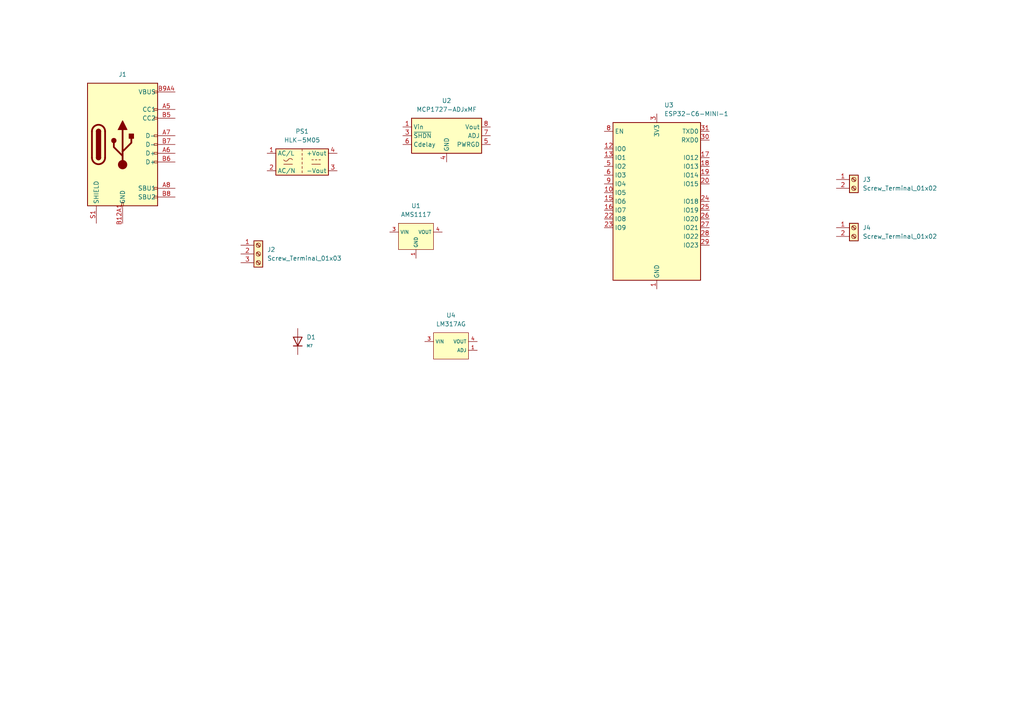
<source format=kicad_sch>
(kicad_sch (version 20250114) (generator "eeschema") (generator_version "9.0")
  (paper "A4")
  (lib_symbols
    (symbol "Connector:Screw_Terminal_01x02" (pin_names (offset 1.016) (hide yes))
      (property "Reference" "J" (at 0 2.54 0))
      (property "Value" "Screw_Terminal_01x02" (at 0 -5.08 0))
      (symbol "Screw_Terminal_01x02_1_1"
        (rectangle (start -1.27 1.27) (end 1.27 -3.81) (stroke (width 0.254)) (fill (type background)))
        (polyline (pts (xy -0.5334 0.3302) (xy 0.3302 -0.508)) (stroke (width 0.1524)))
        (polyline (pts (xy -0.5334 -2.2098) (xy 0.3302 -3.048)) (stroke (width 0.1524)))
        (polyline (pts (xy -0.3556 0.508) (xy 0.508 -0.3302)) (stroke (width 0.1524)))
        (polyline (pts (xy -0.3556 -2.032) (xy 0.508 -2.8702)) (stroke (width 0.1524)))
        (circle (center 0 0) (radius 0.635) (stroke (width 0.1524)))
        (circle (center 0 -2.54) (radius 0.635) (stroke (width 0.1524)))
        (pin passive line (at -5.08 0 0) (length 3.81) (name "Pin_1") (number "1"))
        (pin passive line (at -5.08 -2.54 0) (length 3.81) (name "Pin_2") (number "2"))
      )
    )
    (symbol "Connector:Screw_Terminal_01x03" (pin_names (offset 1.016) (hide yes))
      (property "Reference" "J" (at 0 5.08 0))
      (property "Value" "Screw_Terminal_01x03" (at 0 -5.08 0))
      (symbol "Screw_Terminal_01x03_1_1"
        (rectangle (start -1.27 3.81) (end 1.27 -3.81) (stroke (width 0.254)) (fill (type background)))
        (polyline (pts (xy -0.5334 2.8702) (xy 0.3302 2.032)) (stroke (width 0.1524)))
        (polyline (pts (xy -0.5334 0.3302) (xy 0.3302 -0.508)) (stroke (width 0.1524)))
        (polyline (pts (xy -0.5334 -2.2098) (xy 0.3302 -3.048)) (stroke (width 0.1524)))
        (polyline (pts (xy -0.3556 3.048) (xy 0.508 2.2098)) (stroke (width 0.1524)))
        (polyline (pts (xy -0.3556 0.508) (xy 0.508 -0.3302)) (stroke (width 0.1524)))
        (polyline (pts (xy -0.3556 -2.032) (xy 0.508 -2.8702)) (stroke (width 0.1524)))
        (circle (center 0 2.54) (radius 0.635) (stroke (width 0.1524)))
        (circle (center 0 0) (radius 0.635) (stroke (width 0.1524)))
        (circle (center 0 -2.54) (radius 0.635) (stroke (width 0.1524)))
        (pin passive line (at -5.08 2.54 0) (length 3.81) (name "Pin_1") (number "1"))
        (pin passive line (at -5.08 0 0) (length 3.81) (name "Pin_2") (number "2"))
        (pin passive line (at -5.08 -2.54 0) (length 3.81) (name "Pin_3") (number "3"))
      )
    )
    (symbol "Converter_ACDC:HLK-5M05"
      (property "Reference" "PS" (at 0 5.08 0))
      (property "Value" "HLK-5M05" (at 0 -5.08 0))
      (symbol "HLK-5M05_0_1"
        (rectangle (start -7.62 3.81) (end 7.62 -3.81) (stroke (width 0.254)) (fill (type background)))
        (polyline (pts (xy -5.334 -0.635) (xy -2.794 -0.635)))
        (arc (start -4.064 0.635) (mid -4.699 0.2495) (end -5.334 0.635))
        (arc (start -4.064 0.635) (mid -3.429 1.0072) (end -2.794 0.635))
        (polyline (pts (xy 0 3.81) (xy 0 3.175)))
        (polyline (pts (xy 0 2.54) (xy 0 1.905)))
        (polyline (pts (xy 0 1.27) (xy 0 0.635)))
        (polyline (pts (xy 0 0) (xy 0 -0.635)))
        (polyline (pts (xy 0 -1.27) (xy 0 -1.905)))
        (polyline (pts (xy 0 -2.54) (xy 0 -3.175)))
        (polyline (pts (xy 2.794 0.635) (xy 3.302 0.635)))
        (polyline (pts (xy 2.794 -0.635) (xy 5.334 -0.635)))
        (polyline (pts (xy 3.81 0.635) (xy 4.318 0.635)))
        (polyline (pts (xy 4.826 0.635) (xy 5.334 0.635)))
      )
      (symbol "HLK-5M05_1_1"
        (pin power_in line (at -10.16 2.54 0) (length 2.54) (name "AC/L") (number "1"))
        (pin power_in line (at -10.16 -2.54 0) (length 2.54) (name "AC/N") (number "2"))
        (pin power_out line (at 10.16 2.54 180) (length 2.54) (name "+Vout") (number "4"))
        (pin power_out line (at 10.16 -2.54 180) (length 2.54) (name "-Vout") (number "3"))
      )
    )
    (symbol "PCM_JLCPCB-Diodes:General,M7" (pin_numbers (hide yes)) (pin_names (offset 0))
      (property "Reference" "D" (at 2.032 0.834 0))
      (property "Value" "M7" (at 2.032 -1.2122 0))
      (symbol "General,M7_0_1"
        (polyline (pts (xy -1.27 1.27) (xy 0 -1.27) (xy 1.27 1.27) (xy -1.27 1.27)) (stroke (width 0.254)))
        (polyline (pts (xy -1.27 -1.27) (xy 1.27 -1.27)) (stroke (width 0.254)))
      )
      (symbol "General,M7_1_1"
        (pin passive line (at 0 3.81 270) (length 3.81) (name "~") (number "2"))
        (pin passive line (at 0 -3.81 90) (length 3.81) (name "~") (number "1"))
      )
    )
    (symbol "PCM_JLCPCB-Extended:Connector, USB-TYPE-C-16P"
      (property "Reference" "J" (at 2.54 2.54 0))
      (symbol "Connector, USB-TYPE-C-16P_0_0"
        (rectangle (start -0.254 -17.78) (end 0.254 -16.764))
        (rectangle (start 10.16 15.494) (end 9.144 14.986))
        (rectangle (start 10.16 10.414) (end 9.144 9.906))
        (rectangle (start 10.16 7.874) (end 9.144 7.366))
        (rectangle (start 10.16 2.794) (end 9.144 2.286))
        (rectangle (start 10.16 0.254) (end 9.144 -0.254))
        (rectangle (start 10.16 -2.286) (end 9.144 -2.794))
        (rectangle (start 10.16 -4.826) (end 9.144 -5.334))
        (rectangle (start 10.16 -12.446) (end 9.144 -12.954))
        (rectangle (start 10.16 -14.986) (end 9.144 -15.494))
      )
      (symbol "Connector, USB-TYPE-C-16P_0_1"
        (rectangle (start -10.16 17.78) (end 10.16 -17.78) (stroke (width 0.254)) (fill (type background)))
        (polyline (pts (xy -8.89 -3.81) (xy -8.89 3.81)) (stroke (width 0.508)))
        (rectangle (start -7.62 -3.81) (end -6.35 3.81) (stroke (width 0.254)) (fill (type outline)))
        (arc (start -7.62 3.81) (mid -6.985 4.4423) (end -6.35 3.81) (stroke (width 0.254)))
        (arc (start -7.62 3.81) (mid -6.985 4.4423) (end -6.35 3.81) (stroke (width 0.254)) (fill (type outline)))
        (arc (start -8.89 3.81) (mid -6.985 5.7067) (end -5.08 3.81) (stroke (width 0.508)))
        (arc (start -5.08 -3.81) (mid -6.985 -5.7067) (end -8.89 -3.81) (stroke (width 0.508)))
        (arc (start -6.35 -3.81) (mid -6.985 -4.4423) (end -7.62 -3.81) (stroke (width 0.254)))
        (arc (start -6.35 -3.81) (mid -6.985 -4.4423) (end -7.62 -3.81) (stroke (width 0.254)) (fill (type outline)))
        (polyline (pts (xy -5.08 3.81) (xy -5.08 -3.81)) (stroke (width 0.508)))
        (circle (center -2.54 1.143) (radius 0.635) (stroke (width 0.254)) (fill (type outline)))
        (polyline (pts (xy -1.27 4.318) (xy 0 6.858) (xy 1.27 4.318) (xy -1.27 4.318)) (stroke (width 0.254)) (fill (type outline)))
        (polyline (pts (xy 0 -2.032) (xy 2.54 0.508) (xy 2.54 1.778)) (stroke (width 0.508)))
        (polyline (pts (xy 0 -3.302) (xy -2.54 -0.762) (xy -2.54 0.508)) (stroke (width 0.508)))
        (polyline (pts (xy 0 -5.842) (xy 0 4.318)) (stroke (width 0.508)))
        (circle (center 0 -5.842) (radius 1.27) (fill (type outline)))
        (rectangle (start 1.905 1.778) (end 3.175 3.048) (stroke (width 0.254)) (fill (type outline)))
      )
      (symbol "Connector, USB-TYPE-C-16P_1_1"
        (pin passive line (at -7.62 -22.86 90) (length 5.08) (name "SHIELD") (number "S1"))
        (pin passive line (at 0 -22.86 90) (length 5.08) (hide yes) (name "GND") (number "A12B1"))
        (pin passive line (at 0 -22.86 90) (length 5.08) (name "GND") (number "B12A1"))
        (pin passive line (at 15.24 15.24 180) (length 5.08) (hide yes) (name "VBUS") (number "A9B4"))
        (pin passive line (at 15.24 15.24 180) (length 5.08) (name "VBUS") (number "B9A4"))
        (pin bidirectional line (at 15.24 10.16 180) (length 5.08) (name "CC1") (number "A5"))
        (pin bidirectional line (at 15.24 7.62 180) (length 5.08) (name "CC2") (number "B5"))
        (pin bidirectional line (at 15.24 2.54 180) (length 5.08) (name "D-") (number "A7"))
        (pin bidirectional line (at 15.24 0 180) (length 5.08) (name "D-") (number "B7"))
        (pin bidirectional line (at 15.24 -2.54 180) (length 5.08) (name "D+") (number "A6"))
        (pin bidirectional line (at 15.24 -5.08 180) (length 5.08) (name "D+") (number "B6"))
        (pin bidirectional line (at 15.24 -12.7 180) (length 5.08) (name "SBU1") (number "A8"))
        (pin bidirectional line (at 15.24 -15.24 180) (length 5.08) (name "SBU2") (number "B8"))
      )
    )
    (symbol "PCM_JLCPCB-Power:LDO, 1-37V, 1.5A"
      (property "Reference" "U" (at 0 8.89 0))
      (property "Value" "LM317AG" (at 0 6.35 0))
      (symbol "LDO, 1-37V, 1.5A_0_1"
        (rectangle (start -5.08 5.08) (end 5.08 -2.54) (fill (type background)))
      )
      (symbol "LDO, 1-37V, 1.5A_1_1"
        (pin unspecified line (at -7.62 2.54 0) (length 2.56) (name "VIN") (number "3"))
        (pin unspecified line (at 7.62 2.54 180) (length 2.56) (name "VOUT") (number "4"))
        (pin unspecified line (at 7.62 0 180) (length 2.56) (name "ADJ") (number "1"))
      )
    )
    (symbol "PCM_JLCPCB-Power:LDO, 3.3V, 1A"
      (property "Reference" "U" (at 0 8.89 0))
      (property "Value" "AMS1117" (at 0 6.35 0))
      (symbol "LDO, 3.3V, 1A_0_1"
        (rectangle (start -5.08 5.08) (end 5.08 -2.54) (fill (type background)))
        (pin unspecified line (at 0 -5.08 90) (length 2.54) (name "GND") (number "1"))
        (pin unspecified line (at 7.62 2.54 180) (length 2.54) (name "VOUT") (number "4"))
      )
      (symbol "LDO, 3.3V, 1A_1_1"
        (pin unspecified line (at -7.62 2.54 0) (length 2.54) (name "VIN") (number "3"))
        (pin unspecified line (at 7.62 2.54 180) (length 2.54) (hide yes) (name "VOUT") (number "2"))
      )
    )
    (symbol "RF_Module:ESP32-C6-MINI-1"
      (property "Reference" "U" (at -11.43 24.13 0))
      (property "Value" "ESP32-C6-MINI-1" (at 12.7 24.13 0))
      (symbol "ESP32-C6-MINI-1_0_1"
        (rectangle (start -12.7 22.86) (end 12.7 -22.86) (stroke (width 0.254)) (fill (type background)))
      )
      (symbol "ESP32-C6-MINI-1_1_1"
        (pin input line (at -15.24 20.32 0) (length 2.54) (name "EN") (number "8"))
        (pin bidirectional line (at -15.24 15.24 0) (length 2.54) (name "IO0") (number "12"))
        (pin bidirectional line (at -15.24 12.7 0) (length 2.54) (name "IO1") (number "13"))
        (pin bidirectional line (at -15.24 10.16 0) (length 2.54) (name "IO2") (number "5"))
        (pin bidirectional line (at -15.24 7.62 0) (length 2.54) (name "IO3") (number "6"))
        (pin bidirectional line (at -15.24 5.08 0) (length 2.54) (name "IO4") (number "9"))
        (pin bidirectional line (at -15.24 2.54 0) (length 2.54) (name "IO5") (number "10"))
        (pin bidirectional line (at -15.24 0 0) (length 2.54) (name "IO6") (number "15"))
        (pin bidirectional line (at -15.24 -2.54 0) (length 2.54) (name "IO7") (number "16"))
        (pin bidirectional line (at -15.24 -5.08 0) (length 2.54) (name "IO8") (number "22"))
        (pin bidirectional line (at -15.24 -7.62 0) (length 2.54) (name "IO9") (number "23"))
        (pin no_connect line (at -12.7 -12.7 0) (length 2.54) (hide yes) (name "NC") (number "32"))
        (pin no_connect line (at -12.7 -15.24 0) (length 2.54) (hide yes) (name "NC") (number "33"))
        (pin no_connect line (at -12.7 -17.78 0) (length 2.54) (hide yes) (name "NC") (number "34"))
        (pin no_connect line (at -12.7 -20.32 0) (length 2.54) (hide yes) (name "NC") (number "35"))
        (pin power_in line (at 0 25.4 270) (length 2.54) (name "3V3") (number "3"))
        (pin power_in line (at 0 -25.4 90) (length 2.54) (name "GND") (number "1"))
        (pin passive line (at 0 -25.4 90) (length 2.54) (hide yes) (name "GND") (number "11"))
        (pin passive line (at 0 -25.4 90) (length 2.54) (hide yes) (name "GND") (number "14"))
        (pin passive line (at 0 -25.4 90) (length 2.54) (hide yes) (name "GND") (number "2"))
        (pin passive line (at 0 -25.4 90) (length 2.54) (hide yes) (name "GND") (number "36"))
        (pin passive line (at 0 -25.4 90) (length 2.54) (hide yes) (name "GND") (number "37"))
        (pin passive line (at 0 -25.4 90) (length 2.54) (hide yes) (name "GND") (number "38"))
        (pin passive line (at 0 -25.4 90) (length 2.54) (hide yes) (name "GND") (number "39"))
        (pin passive line (at 0 -25.4 90) (length 2.54) (hide yes) (name "GND") (number "40"))
        (pin passive line (at 0 -25.4 90) (length 2.54) (hide yes) (name "GND") (number "41"))
        (pin passive line (at 0 -25.4 90) (length 2.54) (hide yes) (name "GND") (number "42"))
        (pin passive line (at 0 -25.4 90) (length 2.54) (hide yes) (name "GND") (number "43"))
        (pin passive line (at 0 -25.4 90) (length 2.54) (hide yes) (name "GND") (number "44"))
        (pin passive line (at 0 -25.4 90) (length 2.54) (hide yes) (name "GND") (number "45"))
        (pin passive line (at 0 -25.4 90) (length 2.54) (hide yes) (name "GND") (number "46"))
        (pin passive line (at 0 -25.4 90) (length 2.54) (hide yes) (name "GND") (number "47"))
        (pin passive line (at 0 -25.4 90) (length 2.54) (hide yes) (name "GND") (number "48"))
        (pin passive line (at 0 -25.4 90) (length 2.54) (hide yes) (name "GND") (number "49"))
        (pin passive line (at 0 -25.4 90) (length 2.54) (hide yes) (name "GND") (number "50"))
        (pin passive line (at 0 -25.4 90) (length 2.54) (hide yes) (name "GND") (number "51"))
        (pin passive line (at 0 -25.4 90) (length 2.54) (hide yes) (name "GND") (number "52"))
        (pin passive line (at 0 -25.4 90) (length 2.54) (hide yes) (name "GND") (number "53"))
        (pin no_connect line (at 12.7 -15.24 180) (length 2.54) (hide yes) (name "NC") (number "4"))
        (pin no_connect line (at 12.7 -17.78 180) (length 2.54) (hide yes) (name "NC") (number "7"))
        (pin no_connect line (at 12.7 -20.32 180) (length 2.54) (hide yes) (name "NC") (number "21"))
        (pin bidirectional line (at 15.24 20.32 180) (length 2.54) (name "TXD0") (number "31"))
        (pin bidirectional line (at 15.24 17.78 180) (length 2.54) (name "RXD0") (number "30"))
        (pin bidirectional line (at 15.24 12.7 180) (length 2.54) (name "IO12") (number "17"))
        (pin bidirectional line (at 15.24 10.16 180) (length 2.54) (name "IO13") (number "18"))
        (pin bidirectional line (at 15.24 7.62 180) (length 2.54) (name "IO14") (number "19"))
        (pin bidirectional line (at 15.24 5.08 180) (length 2.54) (name "IO15") (number "20"))
        (pin bidirectional line (at 15.24 0 180) (length 2.54) (name "IO18") (number "24"))
        (pin bidirectional line (at 15.24 -2.54 180) (length 2.54) (name "IO19") (number "25"))
        (pin bidirectional line (at 15.24 -5.08 180) (length 2.54) (name "IO20") (number "26"))
        (pin bidirectional line (at 15.24 -7.62 180) (length 2.54) (name "IO21") (number "27"))
        (pin bidirectional line (at 15.24 -10.16 180) (length 2.54) (name "IO22") (number "28"))
        (pin bidirectional line (at 15.24 -12.7 180) (length 2.54) (name "IO23") (number "29"))
      )
    )
    (symbol "Regulator_Linear:MCP1727-ADJxMF"
      (property "Reference" "U" (at -8.89 6.35 0))
      (property "Value" "MCP1727-ADJxMF" (at 3.81 6.35 0))
      (symbol "MCP1727-ADJxMF_0_0"
        (pin input line (at -12.7 -2.54 0) (length 2.54) (name "Cdelay") (number "6"))
        (pin power_in line (at 0 -7.62 90) (length 2.54) (name "GND") (number "4"))
        (pin passive line (at 0 -7.62 90) (length 2.54) (hide yes) (name "GND") (number "9"))
        (pin power_out line (at 12.7 2.54 180) (length 2.54) (name "Vout") (number "8"))
        (pin input line (at 12.7 0 180) (length 2.54) (name "ADJ") (number "7"))
        (pin open_collector line (at 12.7 -2.54 180) (length 2.54) (name "PWRGD") (number "5"))
      )
      (symbol "MCP1727-ADJxMF_0_1"
        (rectangle (start -10.16 5.08) (end 10.16 -5.08) (stroke (width 0.254)) (fill (type background)))
      )
      (symbol "MCP1727-ADJxMF_1_1"
        (pin power_in line (at -12.7 2.54 0) (length 2.54) (name "Vin") (number "1"))
        (pin passive line (at -12.7 2.54 0) (length 2.54) (hide yes) (name "Vin") (number "2"))
        (pin input line (at -12.7 0 0) (length 2.54) (name "~{SHDN}") (number "3"))
      )
    )
  )
  (symbol (lib_id "Connector:Screw_Terminal_01x02") (at 247.65 52.07 0) (unit 1)
    (property "Reference" "J3" (at 250.19 52.0699 0) (effects (justify left)))
    (property "Value" "Screw_Terminal_01x02" (at 250.19 54.6099 0) (effects (justify left)))
    (property "Footprint" "TerminalBlock:TerminalBlock_Xinya_XY308-2.54-2P_1x02_P2.54mm_Horizontal" (effects (hide yes)))
    (property "Description" "Generic screw terminal, single row, 01x02, script generated (kicad-library-utils/schlib/autogen/connector/)" (effects (hide yes)))
  )
  (symbol (lib_id "PCM_JLCPCB-Diodes:General,M7") (at 86.36 99.06 0) (unit 1)
    (property "Reference" "D1" (at 88.9 97.7899 0) (effects (justify left)))
    (property "Value" "M7" (at 88.9 100.33 0) (effects (font (size 0.8 0.8)) (justify left)))
    (property "Footprint" "PCM_JLCPCB:D_SMA" (effects (hide yes)))
    (property "Datasheet" "https://www.lcsc.com/datasheet/lcsc_datasheet_2407101107_MDD-Microdiode-Semiconductor-M7_C95872.pdf" (effects (hide yes)))
    (property "Description" "1A Independent Type 1kV 1.1V@1A SMA(DO-214AC) Diodes - General Purpose ROHS" (effects (hide yes)))
    (property "LCSC" "C95872" (effects (hide yes)))
    (property "Stock" "3256855" (effects (hide yes)))
    (property "Price" "0.011USD" (effects (hide yes)))
    (property "Process" "SMT" (effects (hide yes)))
    (property "Minimum Qty" "5" (effects (hide yes)))
    (property "Attrition Qty" "10" (effects (hide yes)))
    (property "Class" "Basic Component" (effects (hide yes)))
    (property "Category" "Diodes,Diodes - General Purpose" (effects (hide yes)))
    (property "Manufacturer" "MDD（Microdiode Electronics）" (effects (hide yes)))
    (property "Part" "M7" (effects (hide yes)))
    (property "Rectified Current" "1A" (effects (hide yes)))
    (property "Forward Voltage (Vf@If)" "1.1V@1A" (effects (hide yes)))
    (property "Reverse Voltage (Vr)" "1kV" (effects (hide yes)))
    (property "Diode Configuration" "Independent Type" (effects (hide yes)))
    (property "Reverse Leakage Current" "5uA@1kV" (effects (hide yes)))
  )
  (symbol (lib_id "RF_Module:ESP32-C6-MINI-1") (at 190.5 58.42 0) (unit 1)
    (property "Reference" "U3" (at 192.6433 30.48 0) (effects (justify left)))
    (property "Value" "ESP32-C6-MINI-1" (at 192.6433 33.02 0) (effects (justify left)))
    (property "Footprint" "RF_Module:ESP32-C6-MINI-1" (effects (hide yes)))
    (property "Datasheet" "https://www.espressif.com/sites/default/files/documentation/esp32-c6-mini-1_mini-1u_datasheet_en.pdf" (effects (hide yes)))
    (property "Description" "RF Module, ESP32-C6 SoC, Wi-Fi 802.11b/g/n/ax, Bluetooth, BLE, Zigbee, Thread, 32-bit, 3.3V, SMD, onboard antenna" (effects (hide yes)))
  )
  (symbol (lib_id "PCM_JLCPCB-Power:LDO, 3.3V, 1A") (at 120.65 69.85 0) (unit 1)
    (property "Reference" "U1" (at 120.65 59.69 0))
    (property "Value" "AMS1117" (at 120.65 62.23 0))
    (property "Footprint" "PCM_JLCPCB:SOT-223-3_L6.5-W3.4-P2.30-LS7.0-BR" (effects (hide yes)))
    (property "Datasheet" "https://www.lcsc.com/datasheet/lcsc_datasheet_2410121508_Advanced-Monolithic-Systems-AMS1117-3-3_C6186.pdf" (effects (hide yes)))
    (property "Description" "72dB@(120Hz) 1A Fixed 3.3V Positive electrode SOT-223 Voltage Regulators - Linear, Low Drop Out (LDO) Regulators ROHS" (effects (hide yes)))
    (property "LCSC" "C6186" (effects (hide yes)))
    (property "Stock" "1270542" (effects (hide yes)))
    (property "Price" "0.169USD" (effects (hide yes)))
    (property "Process" "SMT" (effects (hide yes)))
    (property "Minimum Qty" "2" (effects (hide yes)))
    (property "Attrition Qty" "0" (effects (hide yes)))
    (property "Class" "Basic Component" (effects (hide yes)))
    (property "Category" "Power Management ICs,Linear Voltage Regulators (LDO)" (effects (hide yes)))
    (property "Manufacturer" "Advanced Monolithic Systems" (effects (hide yes)))
    (property "Part" "AMS1117-3.3" (effects (hide yes)))
    (property "Number Of Outputs" "1" (effects (hide yes)))
    (property "Output Voltage" "3.3V" (effects (hide yes)))
    (property "Dropout Voltage" "1.3V@(800mA)" (effects (hide yes)))
    (property "Output Current" "1A" (effects (hide yes)))
    (property "Output Type" "Fixed" (effects (hide yes)))
    (property "Output Polarity" "Positive electrode" (effects (hide yes)))
    (property "Power Supply Rejection Ratio (Psrr)" "72dB@(120Hz)" (effects (hide yes)))
    (property "Feature" "Overcurrent Protection(OCP);Thermal Protection(TSD)" (effects (hide yes)))
  )
  (symbol (lib_id "Converter_ACDC:HLK-5M05") (at 87.63 46.99 0) (unit 1)
    (property "Reference" "PS1" (at 87.63 38.1 0))
    (property "Value" "HLK-5M05" (at 87.63 40.64 0))
    (property "Footprint" "Converter_ACDC:Converter_ACDC_Hi-Link_HLK-5Mxx" (effects (hide yes)))
    (property "Datasheet" "http://h.hlktech.com/download/ACDC%E7%94%B5%E6%BA%90%E6%A8%A1%E5%9D%975W%E7%B3%BB%E5%88%97/1/%E6%B5%B7%E5%87%8C%E7%A7%915W%E7%B3%BB%E5%88%97%E7%94%B5%E6%BA%90%E6%A8%A1%E5%9D%97%E8%A7%84%E6%A0%BC%E4%B9%A6V2.8.pdf" (effects (hide yes)))
    (property "Description" "Compact AC/DC board mount power module 5W, 5V 1A" (effects (hide yes)))
  )
  (symbol (lib_id "Connector:Screw_Terminal_01x03") (at 74.93 73.66 0) (unit 1)
    (property "Reference" "J2" (at 77.47 72.3899 0) (effects (justify left)))
    (property "Value" "Screw_Terminal_01x03" (at 77.47 74.9299 0) (effects (justify left)))
    (property "Footprint" "TerminalBlock:TerminalBlock_Xinya_XY308-2.54-3P_1x03_P2.54mm_Horizontal" (effects (hide yes)))
    (property "Description" "Generic screw terminal, single row, 01x03, script generated (kicad-library-utils/schlib/autogen/connector/)" (effects (hide yes)))
  )
  (symbol (lib_id "Regulator_Linear:MCP1727-ADJxMF") (at 129.54 39.37 0) (unit 1)
    (property "Reference" "U2" (at 129.54 29.21 0))
    (property "Value" "MCP1727-ADJxMF" (at 129.54 31.75 0))
    (property "Footprint" "Package_DFN_QFN:DFN-8-1EP_3x3mm_P0.65mm_EP1.55x2.4mm" (effects (hide yes)))
    (property "Datasheet" "https://ww1.microchip.com/downloads/aemtest/APID/ProductDocuments/DataSheets/MCP1727-1.5A-Low-Voltage-Low-Quiescent-Current-LDO-Regulator-20001999D.pdf" (effects (hide yes)))
    (property "Description" "1.5A, Low Voltage, Low Quiescent Current LDO Regulator, 2.3 - 6V Input, Adjustable Output, 330mV Dropout, DFN-8" (effects (hide yes)))
  )
  (symbol (lib_id "PCM_JLCPCB-Extended:Connector, USB-TYPE-C-16P") (at 35.56 41.91 0) (unit 1)
    (property "Reference" "J1" (at 35.56 21.59 0))
    (property "Value" "Connector, USB-TYPE-C-16P" (effects (hide yes)))
    (property "Footprint" "PCM_JLCPCB:TYPE-C-SMD_HX-TYPE-C-16PIN" (effects (hide yes)))
    (property "Datasheet" "https://atta.szlcsc.com/upload/public/pdf/source/20220920/0EF8F885FCCEA71F60E9E85152155021.pdf" (effects (hide yes)))
    (property "Description" "3A 1 Horizontal attachment 16P Female -25℃~+85℃ Type-C SMD USB Connectors ROHS" (effects (hide yes)))
    (property "LCSC" "C2927039" (effects (hide yes)))
  )
  (symbol (lib_id "PCM_JLCPCB-Power:LDO, 1-37V, 1.5A") (at 130.81 101.6 0) (unit 1)
    (property "Reference" "U4" (at 130.81 91.44 0))
    (property "Value" "LM317AG" (at 130.81 93.98 0))
    (property "Footprint" "PCM_JLCPCB:TO-252-2_L6.5-W6.1-P4.58-LS10.0-TL" (effects (hide yes)))
    (property "Datasheet" "https://www.lcsc.com/datasheet/lcsc_datasheet_2304140030_UTC-Unisonic-Tech-LM317AG-TN3-R_C75510.pdf" (effects (hide yes)))
    (property "Description" "1.5A Adjustable 1.2V~37V Positive electrode 40V TO-252-2(DPAK) Voltage Regulators - Linear, Low Drop Out (LDO) Regulators ROHS" (effects (hide yes)))
    (property "LCSC" "C75510" (effects (hide yes)))
    (property "Stock" "13939" (effects (hide yes)))
    (property "Price" "0.177USD" (effects (hide yes)))
    (property "Process" "SMT" (effects (hide yes)))
    (property "Minimum Qty" "2" (effects (hide yes)))
    (property "Attrition Qty" "0" (effects (hide yes)))
    (property "Class" "Preferred Component" (effects (hide yes)))
    (property "Category" "Power Management ICs,Linear Voltage Regulators (LDO)" (effects (hide yes)))
    (property "Manufacturer" "UTC(Unisonic Tech)" (effects (hide yes)))
    (property "Part" "LM317AG-TN3-R" (effects (hide yes)))
    (property "Number Of Outputs" "1" (effects (hide yes)))
    (property "Output Voltage" "1.2V~37V" (effects (hide yes)))
    (property "Dropout Voltage" "5V@(500mA)" (effects (hide yes)))
    (property "Output Current" "1.5A" (effects (hide yes)))
    (property "Output Type" "Adjustable" (effects (hide yes)))
    (property "Maximum Input Voltage" "40V" (effects (hide yes)))
    (property "Output Polarity" "Positive electrode" (effects (hide yes)))
    (property "Feature" "Overcurrent Protection(OCP);Thermal Protection(TSD);Short-Circuit  Protection" (effects (hide yes)))
  )
  (symbol (lib_id "Connector:Screw_Terminal_01x02") (at 247.65 66.04 0) (unit 1)
    (property "Reference" "J4" (at 250.19 66.0399 0) (effects (justify left)))
    (property "Value" "Screw_Terminal_01x02" (at 250.19 68.5799 0) (effects (justify left)))
    (property "Description" "Generic screw terminal, single row, 01x02, script generated (kicad-library-utils/schlib/autogen/connector/)" (effects (hide yes)))
  )
)
</source>
